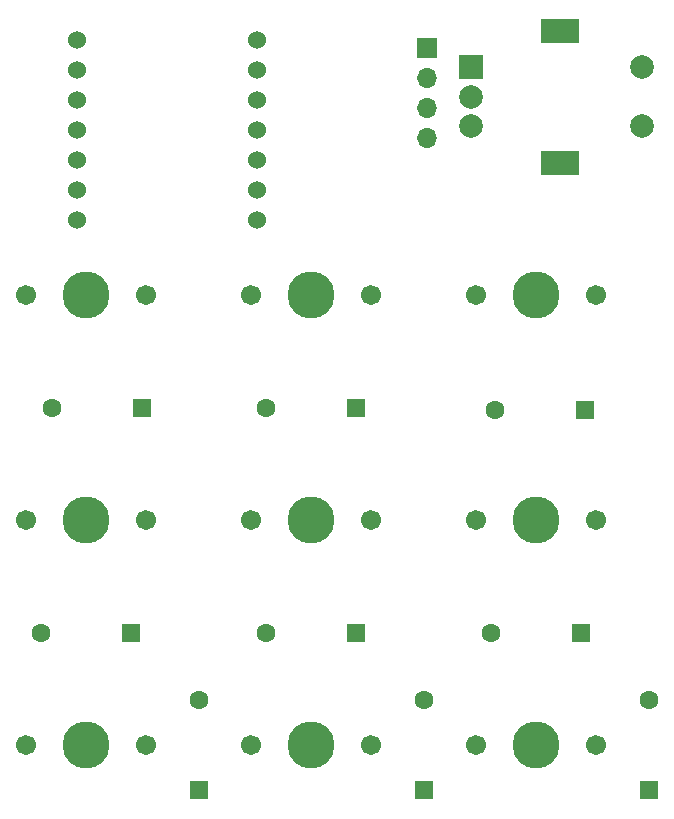
<source format=gbr>
%TF.GenerationSoftware,KiCad,Pcbnew,9.0.6*%
%TF.CreationDate,2025-12-02T16:00:42+08:00*%
%TF.ProjectId,Macropad,4d616372-6f70-4616-942e-6b696361645f,rev?*%
%TF.SameCoordinates,Original*%
%TF.FileFunction,Soldermask,Top*%
%TF.FilePolarity,Negative*%
%FSLAX46Y46*%
G04 Gerber Fmt 4.6, Leading zero omitted, Abs format (unit mm)*
G04 Created by KiCad (PCBNEW 9.0.6) date 2025-12-02 16:00:42*
%MOMM*%
%LPD*%
G01*
G04 APERTURE LIST*
G04 Aperture macros list*
%AMRoundRect*
0 Rectangle with rounded corners*
0 $1 Rounding radius*
0 $2 $3 $4 $5 $6 $7 $8 $9 X,Y pos of 4 corners*
0 Add a 4 corners polygon primitive as box body*
4,1,4,$2,$3,$4,$5,$6,$7,$8,$9,$2,$3,0*
0 Add four circle primitives for the rounded corners*
1,1,$1+$1,$2,$3*
1,1,$1+$1,$4,$5*
1,1,$1+$1,$6,$7*
1,1,$1+$1,$8,$9*
0 Add four rect primitives between the rounded corners*
20,1,$1+$1,$2,$3,$4,$5,0*
20,1,$1+$1,$4,$5,$6,$7,0*
20,1,$1+$1,$6,$7,$8,$9,0*
20,1,$1+$1,$8,$9,$2,$3,0*%
G04 Aperture macros list end*
%ADD10R,1.700000X1.700000*%
%ADD11O,1.700000X1.700000*%
%ADD12R,2.000000X2.000000*%
%ADD13C,2.000000*%
%ADD14R,3.200000X2.000000*%
%ADD15C,1.701800*%
%ADD16C,3.987800*%
%ADD17RoundRect,0.250000X0.550000X0.550000X-0.550000X0.550000X-0.550000X-0.550000X0.550000X-0.550000X0*%
%ADD18C,1.600000*%
%ADD19RoundRect,0.250000X0.550000X-0.550000X0.550000X0.550000X-0.550000X0.550000X-0.550000X-0.550000X0*%
%ADD20C,1.524000*%
G04 APERTURE END LIST*
D10*
%TO.C,J1*%
X86000000Y-83880000D03*
D11*
X86000000Y-86420000D03*
X86000000Y-88960000D03*
X86000000Y-91500000D03*
%TD*%
D12*
%TO.C,SW11*%
X89750000Y-85500000D03*
D13*
X89750000Y-90500000D03*
X89750000Y-88000000D03*
D14*
X97250000Y-82400000D03*
X97250000Y-93600000D03*
D13*
X104250000Y-90500000D03*
X104250000Y-85500000D03*
%TD*%
D15*
%TO.C,SW9*%
X100330000Y-142875000D03*
D16*
X95250000Y-142875000D03*
D15*
X90170000Y-142875000D03*
%TD*%
%TO.C,SW8*%
X100330000Y-123825000D03*
D16*
X95250000Y-123825000D03*
D15*
X90170000Y-123825000D03*
%TD*%
%TO.C,SW7*%
X100330000Y-104775000D03*
D16*
X95250000Y-104775000D03*
D15*
X90170000Y-104775000D03*
%TD*%
%TO.C,SW6*%
X81280000Y-142875000D03*
D16*
X76200000Y-142875000D03*
D15*
X71120000Y-142875000D03*
%TD*%
%TO.C,SW5*%
X81280000Y-123825000D03*
D16*
X76200000Y-123825000D03*
D15*
X71120000Y-123825000D03*
%TD*%
%TO.C,SW4*%
X81280000Y-104775000D03*
D16*
X76200000Y-104775000D03*
D15*
X71120000Y-104775000D03*
%TD*%
%TO.C,SW3*%
X62230000Y-142875000D03*
D16*
X57150000Y-142875000D03*
D15*
X52070000Y-142875000D03*
%TD*%
%TO.C,SW2*%
X62230000Y-123825000D03*
D16*
X57150000Y-123825000D03*
D15*
X52070000Y-123825000D03*
%TD*%
%TO.C,SW1*%
X62230000Y-104775000D03*
D16*
X57150000Y-104775000D03*
D15*
X52070000Y-104775000D03*
%TD*%
D17*
%TO.C,D4*%
X60960000Y-133350000D03*
D18*
X53340000Y-133350000D03*
%TD*%
D17*
%TO.C,D7*%
X80010000Y-114300000D03*
D18*
X72390000Y-114300000D03*
%TD*%
D17*
%TO.C,D8*%
X80010000Y-133350000D03*
D18*
X72390000Y-133350000D03*
%TD*%
D19*
%TO.C,D12*%
X104775000Y-146685000D03*
D18*
X104775000Y-139065000D03*
%TD*%
D20*
%TO.C,U1*%
X71620000Y-83200000D03*
X71620000Y-85740000D03*
X71620000Y-88280000D03*
X71620000Y-90820000D03*
X71620000Y-93360000D03*
X71620000Y-95900000D03*
X71620000Y-98440000D03*
X56380000Y-98440000D03*
X56380000Y-95900000D03*
X56380000Y-93360000D03*
X56380000Y-90820000D03*
X56380000Y-88280000D03*
X56380000Y-85740000D03*
X56380000Y-83200000D03*
%TD*%
D19*
%TO.C,D9*%
X85725000Y-146685000D03*
D18*
X85725000Y-139065000D03*
%TD*%
D17*
%TO.C,D3*%
X61912500Y-114300000D03*
D18*
X54292500Y-114300000D03*
%TD*%
D17*
%TO.C,D11*%
X99060000Y-133350000D03*
D18*
X91440000Y-133350000D03*
%TD*%
D17*
%TO.C,D10*%
X99410000Y-114500000D03*
D18*
X91790000Y-114500000D03*
%TD*%
D19*
%TO.C,D5*%
X66675000Y-146685000D03*
D18*
X66675000Y-139065000D03*
%TD*%
M02*

</source>
